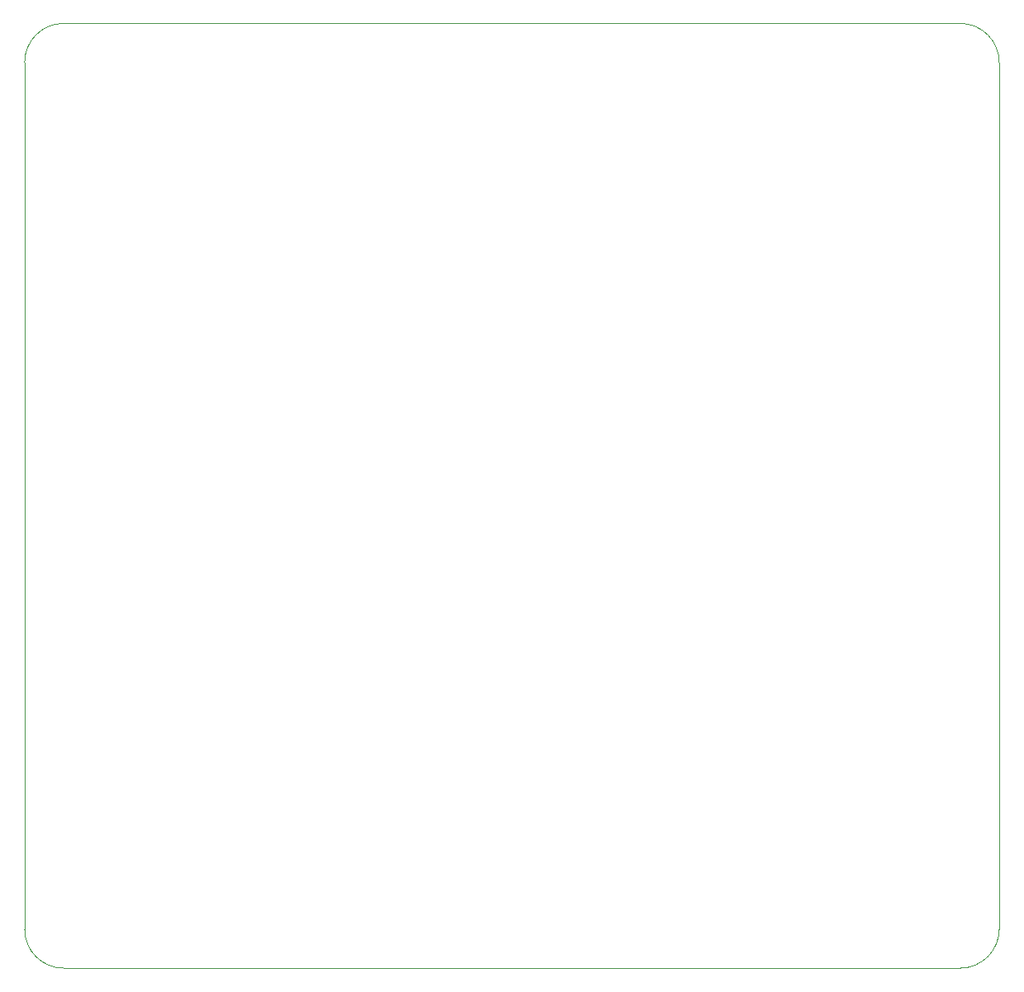
<source format=gm1>
G04 #@! TF.GenerationSoftware,KiCad,Pcbnew,5.1.4*
G04 #@! TF.CreationDate,2019-12-03T14:43:41+09:00*
G04 #@! TF.ProjectId,Sync-chan,53796e63-2d63-4686-916e-2e6b69636164,rev?*
G04 #@! TF.SameCoordinates,Original*
G04 #@! TF.FileFunction,Profile,NP*
%FSLAX46Y46*%
G04 Gerber Fmt 4.6, Leading zero omitted, Abs format (unit mm)*
G04 Created by KiCad (PCBNEW 5.1.4) date 2019-12-03 14:43:41*
%MOMM*%
%LPD*%
G04 APERTURE LIST*
%ADD10C,0.050000*%
G04 APERTURE END LIST*
D10*
X109000000Y-52000000D02*
X201000000Y-52000000D01*
X105000000Y-145000000D02*
X105000000Y-56000000D01*
X201000000Y-149000000D02*
X109000000Y-149000000D01*
X205000000Y-56000000D02*
X205000000Y-145000000D01*
X201000000Y-52000000D02*
G75*
G02X205000000Y-56000000I0J-4000000D01*
G01*
X105000000Y-56000000D02*
G75*
G02X109000000Y-52000000I4000000J0D01*
G01*
X109000000Y-149000000D02*
G75*
G02X105000000Y-145000000I0J4000000D01*
G01*
X205000000Y-145000000D02*
G75*
G02X201000000Y-149000000I-4000000J0D01*
G01*
M02*

</source>
